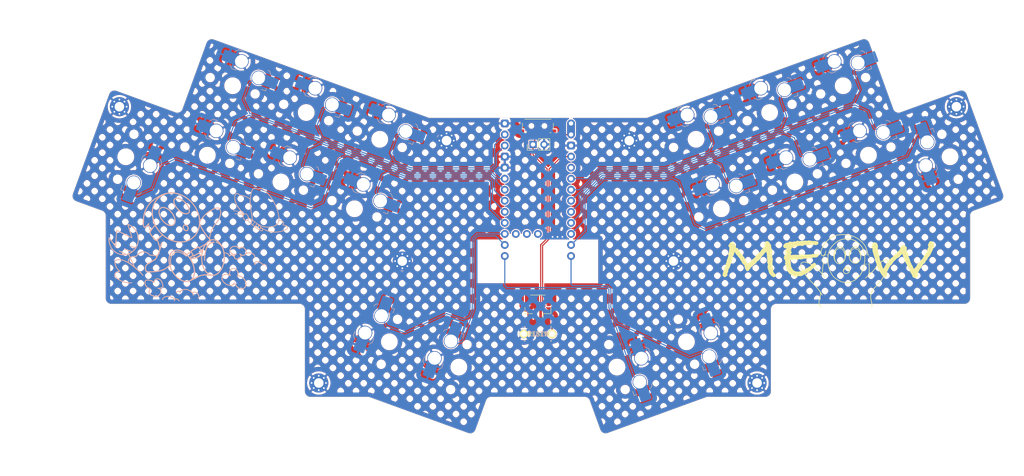
<source format=kicad_pcb>
(kicad_pcb (version 20221018) (generator pcbnew)
  (layers (0 "F.Cu" signal) (31 "B.Cu" signal) (34 "B.Paste" user) (35 "F.Paste" user) (36 "B.SilkS" user "B.Silkscreen") (37 "F.SilkS" user "F.Silkscreen") (38 "B.Mask" user) (39 "F.Mask" user) (44 "Edge.Cuts" user))
  (net 0 "")
  (net 1 "lr1")
  (net 2 "gnd")
  (net 3 "lm1")
  (net 4 "li1")
  (net 5 "ri1")
  (net 6 "rm1")
  (net 7 "rr1")
  (net 8 "lp1")
  (net 9 "lr2")
  (net 10 "lm2")
  (net 11 "li2")
  (net 12 "ri2")
  (net 13 "rm2")
  (net 14 "rr2")
  (net 15 "rp1")
  (net 16 "lt2")
  (net 17 "lt1")
  (net 18 "rt1")
  (net 19 "rt2")
  (net 20 "bat+_direct")
  (net 21 "bat+")
  (net 23 "rst")
  (net 24 "3v3")
  (footprint "Connector_JST:JST_GH_SM02B-GHS-TB_1x02-1MP_P1.25mm_Horizontal" (layer "F.Cu") (at 148.754332 104.4901 180)
    (fp_text reference "J1" hide)
    (fp_text value "Conn_01x02_Pin")
  )
  (footprint "BeiBob:MountingHole_2.2mm_M2_Pad_Via_nosilk" (layer "F.Cu") (at 52.525058 58.624295)
    (fp_text reference "H1" hide)
    (fp_text value "MountingHole_Pad")
  )
  (footprint "BeiBob:SW_ResetSW" (layer "F.Cu") (at 148.754333 110.865106)
    (fp_text reference "SW_RST1" hide)
    (fp_text value "SW_Push")
  )
  (footprint "BeiBob:MountingHole_2.2mm_M2_Pad_Via_nosilk" (layer "F.Cu") (at 127.746808 66.42568)
    (fp_text reference "H5" hide)
    (fp_text value "MountingHole_Pad")
  )
  (footprint "BeiBob:MountingHole_2.2mm_M2_Pad_Via_nosilk" (layer "F.Cu") (at 98.365257 122.153929)
    (fp_text reference "H2" hide)
    (fp_text value "MountingHole_Pad")
  )
  (footprint "PCM_marbastlib-various:SW_MSK12C02-HB" (layer "F.Cu") (at 148.754327 63.052604)
    (fp_text reference "SW_POWER1" hide)
    (fp_text value "SW_DPDT_x2")
  )
  (footprint "Connector_PinHeader_2.54mm:PinHeader_1x02_P2.54mm_Vertical" (layer "F.Cu") (at 147.62933 67.302601 90)
    (fp_text reference "J2" hide)
    (fp_text value "Conn_01x02_Pin")
  )
  (footprint "BeiBob:MountingHole_2.2mm_M2_Pad_Via_nosilk" (layer "F.Cu") (at 244.983058 58.624295)
    (fp_text reference "H3" hide)
    (fp_text value "MountingHole_Pad")
  )
  (footprint "PCM_marbastlib-xp-promicroish:nice_nano_AH_USBup" (layer "F.Cu") (at 148.754331 78.990105)
    (fp_text reference "U1" hide)
    (fp_text value "nice_nano")
  )
  (footprint "BeiBob:MountingHole_2.2mm_M2_Pad_Via_nosilk" (layer "F.Cu") (at 179.936334 94.131103)
    (fp_text reference "H8" hide)
    (fp_text value "MountingHole_Pad")
  )
  (footprint "BeiBob:MountingHole_2.2mm_M2_Pad_Via_nosilk" (layer "F.Cu") (at 199.141295 122.153929)
    (fp_text reference "H4" hide)
    (fp_text value "MountingHole_Pad")
  )
  (footprint "BeiBob:MountingHole_2.2mm_M2_Pad_Via_nosilk" (layer "F.Cu") (at 169.762037 66.42568)
    (fp_text reference "H7" hide)
    (fp_text value "MountingHole_Pad")
  )
  (footprint "BeiBob:MountingHole_2.2mm_M2_Pad_Via_nosilk" (layer "F.Cu") (at 117.571566 94.131103 90)
    (fp_text reference "H6" hide)
    (fp_text value "MountingHole_Pad")
  )
  (footprint "LOGO" (layer "F.Cu") (at 215.183276 86.33591)
    (fp_text reference "meow" hide)
    (fp_text value "LOGO" hide)
  )
  (footprint "PCM_marbastlib-choc:SW_choc_v1_HS_CPG135001S30_1.5u" (layer "B.Cu") (at 182.910989 112.682453 -70)
    (fp_text reference "CH18" hide)
    (fp_text value "choc_SW_solder")
  )
  (footprint "LOGO" (layer "B.Cu") (at 67.575251 86.047349 180)
    (fp_text reference "fluttershy" hide)
    (fp_text value "LOGO" hide)
  )
  (footprint "PCM_marbastlib-choc:SW_choc_v1_HS_CPG135001S30_1u" (layer "B.Cu") (at 185.118592 66.119311 20)
    (fp_text reference "CH4" hide)
    (fp_text value "choc_SW_solder")
  )
  (footprint "PCM_marbastlib-choc:SW_choc_v1_HS_CPG135001S30_1.5u" (layer "B.Cu") (at 130.572302 118.496797 70)
    (fp_text reference "CH16" hide)
    (fp_text value "choc_SW_solder")
  )
  (footprint "PCM_marbastlib-choc:SW_choc_v1_HS_CPG135001S30_1u" (layer "B.Cu") (at 224.761871 69.781355 20)
    (fp_text reference "CH13" hide)
    (fp_text value "choc_SW_solder")
  )
  (footprint "PCM_marbastlib-choc:SW_choc_v1_HS_CPG135001S30_1u" (layer "B.Cu") (at 106.575586 82.094084 -20)
    (fp_text reference "CH10" hide)
    (fp_text value "choc_SW_solder")
  )
  (footprint "PCM_marbastlib-choc:SW_choc_v1_HS_CPG135001S30_1.5u" (layer "B.Cu") (at 166.936215 118.496795 -70)
    (fp_text reference "CH17" hide)
    (fp_text value "choc_SW_solder")
  )
  (footprint "PCM_marbastlib-choc:SW_choc_v1_HS_CPG135001S30_1u" (layer "B.Cu") (at 202.033061 59.962946 20)
    (fp_text reference "CH5" hide)
    (fp_text value "choc_SW_solder")
  )
  (footprint "PCM_marbastlib-choc:SW_choc_v1_HS_CPG135001S30_1u" (layer "B.Cu") (at 78.560992 53.806583 -20)
    (fp_text reference "CH1" hide)
    (fp_text value "choc_SW_solder")
  )
  (footprint "PCM_marbastlib-choc:SW_choc_v1_HS_CPG135001S30_1u" (layer "B.Cu") (at 89.661116 75.937721 -20)
    (fp_text reference "CH9" hide)
    (fp_text value "choc_SW_solder")
  )
  (footprint "PCM_marbastlib-choc:SW_choc_v1_HS_CPG135001S30_1u" (layer "B.Cu") (at 72.746648 69.781357 -20)
    (fp_text reference "CH8" hide)
    (fp_text value "choc_SW_solder")
  )
  (footprint "PCM_marbastlib-choc:SW_choc_v1_HS_CPG135001S30_1u" (layer "B.Cu") (at 112.389926 66.119307 -20)
    (fp_text reference "CH3" hide)
    (fp_text value "choc_SW_solder")
  )
  (footprint "PCM_marbastlib-choc:SW_choc_v1_HS_CPG135001S30_1u" (layer "B.Cu") (at 218.947528 53.806583 20)
    (fp_text reference "CH6" hide)
    (fp_text value "choc_SW_solder")
  )
  (footprint "PCM_marbastlib-choc:SW_choc_v1_HS_CPG135001S30_1.5u" (layer "B.Cu") (at 243.515123 70.138929 110)
    (fp_text reference "CH14" hide)
    (fp_text value "choc_SW_solder")
  )
  (footprint "PCM_marbastlib-choc:SW_choc_v1_HS_CPG135001S30_1.5u" (layer "B.Cu") (at 53.993391 70.138932 -110)
    (fp_text reference "CH7" hide)
    (fp_text value "choc_SW_solder")
  )
  (footprint "PCM_marbastlib-choc:SW_choc_v1_HS_CPG135001S30_1.5u" (layer "B.Cu") (at 114.597526 112.682453 70)
    (fp_text reference "CH15" hide)
    (fp_text value "choc_SW_solder")
  )
  (footprint "PCM_marbastlib-choc:SW_choc_v1_HS_CPG135001S30_1u" (layer "B.Cu") (at 95.47546 59.962948 -20)
    (fp_text reference "CH2" hide)
    (fp_text value "choc_SW_solder")
  )
  (footprint "PCM_marbastlib-choc:SW_choc_v1_HS_CPG135001S30_1u" (layer "B.Cu") (at 190.932934 82.094084 20)
    (fp_text reference "CH11" hide)
    (fp_text value "choc_SW_solder")
  )
  (footprint "PCM_marbastlib-choc:SW_choc_v1_HS_CPG135001S30_1u" (layer "B.Cu") (at 207.847399 75.937721 20)
    (fp_text reference "CH12" hide)
    (fp_text value "choc_SW_solder")
  )
  (gr_line (start 187.405335 125.415153) (end 164.759079 133.655971) (stroke (width 0.05)) (layer "Edge.Cuts"))
  (gr_line (start 173.964619 61.133512) (end 223.304179 43.175382) (stroke (width 0.05)) (layer "Edge.Cuts"))
  (gr_arc (start 202.325728 105.228853) (mid 202.697671 104.330768) (end 203.59573 103.958854) (stroke (width 0.05)) (layer "Edge.Cuts"))
  (gr_line (start 134.377137 132.896898) (end 136.823988 126.174229) (stroke (width 0.05)) (layer "Edge.Cuts"))
  (gr_arc (start 248.132225 102.688852) (mid 247.760254 103.586883) (end 246.862226 103.958853) (stroke (width 0.05)) (layer "Edge.Cuts"))
  (gr_line (start 72.576562 43.934421) (end 67.032416 59.166842) (stroke (width 0.05)) (layer "Edge.Cuts"))
  (gr_arc (start 159.491122 125.338597) (mid 160.219578 125.568267) (end 160.684535 126.174231) (stroke (width 0.05)) (layer "Edge.Cuts"))
  (gr_arc (start 123.978265 61.210103) (mid 123.757732 61.190808) (end 123.5439 61.133514) (stroke (width 0.05)) (layer "Edge.Cuts"))
  (gr_arc (start 72.576562 43.934421) (mid 73.233245 43.217729) (end 74.204338 43.17538) (stroke (width 0.05)) (layer "Edge.Cuts"))
  (gr_arc (start 93.91279 103.958853) (mid 94.810776 104.330849) (end 95.182792 105.228851) (stroke (width 0.05)) (layer "Edge.Cuts"))
  (gr_line (start 173.530249 61.210104) (end 123.978265 61.210103) (stroke (width 0.05)) (layer "Edge.Cuts"))
  (gr_line (start 96.452791 125.338592) (end 109.668899 125.338596) (stroke (width 0.05)) (layer "Edge.Cuts"))
  (gr_arc (start 202.325728 124.068593) (mid 201.953743 124.966598) (end 201.055731 125.338593) (stroke (width 0.05)) (layer "Edge.Cuts"))
  (gr_arc (start 48.540655 82.520165) (mid 49.146617 82.985137) (end 49.376293 83.713575) (stroke (width 0.05)) (layer "Edge.Cuts"))
  (gr_line (start 93.91279 103.958853) (end 50.646292 103.958853) (stroke (width 0.05)) (layer "Edge.Cuts"))
  (gr_arc (start 50.646292 103.958853) (mid 49.748291 103.586866) (end 49.376292 102.688853) (stroke (width 0.05)) (layer "Edge.Cuts"))
  (gr_line (start 247.319609 55.739318) (end 255.685251 78.72373) (stroke (width 0.05)) (layer "Edge.Cuts"))
  (gr_arc (start 245.691834 54.980273) (mid 246.662936 55.022657) (end 247.319609 55.739318) (stroke (width 0.05)) (layer "Edge.Cuts"))
  (gr_line (start 159.491122 125.338597) (end 138.017397 125.338595) (stroke (width 0.05)) (layer "Edge.Cuts"))
  (gr_arc (start 50.188911 55.739318) (mid 50.84558 55.0226) (end 51.816686 54.980276) (stroke (width 0.05)) (layer "Edge.Cuts"))
  (gr_arc (start 96.452791 125.338592) (mid 95.554748 124.966637) (end 95.182792 124.068594) (stroke (width 0.05)) (layer "Edge.Cuts"))
  (gr_line (start 65.404641 59.925885) (end 51.816686 54.980276) (stroke (width 0.05)) (layer "Edge.Cuts"))
  (gr_arc (start 67.032416 59.166842) (mid 66.37573 59.883467) (end 65.404641 59.925885) (stroke (width 0.05)) (layer "Edge.Cuts"))
  (gr_arc (start 136.823988 126.174229) (mid 137.288955 125.568284) (end 138.017397 125.338595) (stroke (width 0.05)) (layer "Edge.Cuts"))
  (gr_line (start 132.749442 133.655971) (end 110.103183 125.415155) (stroke (width 0.05)) (layer "Edge.Cuts"))
  (gr_line (start 160.684535 126.174231) (end 163.131384 132.896897) (stroke (width 0.05)) (layer "Edge.Cuts"))
  (gr_line (start 248.967861 82.520164) (end 254.926204 80.351505) (stroke (width 0.05)) (layer "Edge.Cuts"))
  (gr_arc (start 187.405335 125.415153) (mid 187.619127 125.357862) (end 187.839621 125.338593) (stroke (width 0.05)) (layer "Edge.Cuts"))
  (gr_arc (start 248.132227 83.713575) (mid 248.361907 82.985146) (end 248.967861 82.520164) (stroke (width 0.05)) (layer "Edge.Cuts"))
  (gr_line (start 42.582312 80.351506) (end 48.540655 82.520165) (stroke (width 0.05)) (layer "Edge.Cuts"))
  (gr_line (start 246.862226 103.958853) (end 203.59573 103.958854) (stroke (width 0.05)) (layer "Edge.Cuts"))
  (gr_line (start 202.325728 124.068593) (end 202.325728 105.228853) (stroke (width 0.05)) (layer "Edge.Cuts"))
  (gr_arc (start 223.304179 43.175382) (mid 224.275299 43.21773) (end 224.931957 43.934424) (stroke (width 0.05)) (layer "Edge.Cuts"))
  (gr_arc (start 109.668899 125.338596) (mid 109.889387 125.357892) (end 110.103183 125.415155) (stroke (width 0.05)) (layer "Edge.Cuts"))
  (gr_arc (start 164.759079 133.655971) (mid 163.788007 133.613568) (end 163.131384 132.896897) (stroke (width 0.05)) (layer "Edge.Cuts"))
  (gr_arc (start 255.685251 78.72373) (mid 255.642829 79.694817) (end 254.926204 80.351505) (stroke (width 0.05)) (layer "Edge.Cuts"))
  (gr_line (start 95.182792 105.228851) (end 95.182792 124.068594) (stroke (width 0.05)) (layer "Edge.Cuts"))
  (gr_line (start 49.376293 83.713575) (end 49.376292 102.688853) (stroke (width 0.05)) (layer "Edge.Cuts"))
  (gr_line (start 123.5439 61.133514) (end 74.204338 43.17538) (stroke (width 0.05)) (layer "Edge.Cuts"))
  (gr_line (start 232.103874 59.925886) (end 245.691834 54.980273) (stroke (width 0.05)) (layer "Edge.Cuts"))
  (gr_arc (start 42.582312 80.351506) (mid 41.865616 79.694827) (end 41.823269 78.72373) (stroke (width 0.05)) (layer "Edge.Cuts"))
  (gr_arc (start 134.377137 132.896898) (mid 133.720482 133.613486) (end 132.749442 133.655971) (stroke (width 0.05)) (layer "Edge.Cuts"))
  (gr_arc (start 173.964619 61.133512) (mid 173.750784 61.190802) (end 173.530249 61.210104) (stroke (width 0.05)) (layer "Edge.Cuts"))
  (gr_arc (start 232.103874 59.925886) (mid 231.132804 59.883479) (end 230.476101 59.166842) (stroke (width 0.05)) (layer "Edge.Cuts"))
  (gr_line (start 187.839621 125.338593) (end 201.055731 125.338593) (stroke (width 0.05)) (layer "Edge.Cuts"))
  (gr_line (start 224.931957 43.934424) (end 230.476101 59.166842) (stroke (width 0.05)) (layer "Edge.Cuts"))
  (gr_line (start 50.188911 55.739318) (end 41.823269 78.72373) (stroke (width 0.05)) (layer "Edge.Cuts"))
  (gr_line (start 248.132227 83.713575) (end 248.132225 102.688852) (stroke (width 0.05)) (layer "Edge.Cuts"))
  (segment (start 81.005662 56.957746) (end 82.459246 52.964054) (width 0.25) (layer "B.Cu") (net 1))
  (segment (start 139.714329 75.180104) (end 138.172265 73.638039) (width 0.25) (layer "B.Cu") (net 1))
  (segment (start 141.134331 75.180104) (end 139.714329 75.180104) (width 0.25) (layer "B.Cu") (net 1))
  (segment (start 82.459246 52.964054) (end 84.542029 51.992836) (width 0.25) (layer "B.Cu") (net 1))
  (segment (start 119.543148 73.638038) (end 82.496108 60.154018) (width 0.25) (layer "B.Cu") (net 1))
  (segment (start 138.172265 73.638039) (end 119.543152 73.638039) (width 0.25) (layer "B.Cu") (net 1))
  (segment (start 82.496108 60.154018) (end 81.005662 56.957746) (width 0.25) (layer "B.Cu") (net 1))
  (via (at 152.129331 88.552605) (size 0.8) (drill 0.4) (layers "F.Cu" "B.Cu") (net 2))
  (via (at 153.254331 88.552605) (size 0.8) (drill 0.4) (layers "F.Cu" "B.Cu") (net 2))
  (via (at 154.37933 88.552604) (size 0.8) (drill 0.4) (layers "F.Cu" "B.Cu") (net 2))
  (segment (start 99.141622 65.73361) (end 97.920127 63.11411) (width 0.25) (layer "B.Cu") (net 3))
  (segment (start 141.13433 67.560105) (end 139.224331 69.470104) (width 0.25) (layer "B.Cu") (net 3))
  (segment (start 119.521905 73.151426) (end 119.296547 73.069403) (width 0.25) (layer "B.Cu") (net 3))
  (segment (start 119.296547 73.069403) (end 99.141622 65.73361) (width 0.25) (layer "B.Cu") (net 3))
  (segment (start 139.224331 69.470104) (end 139.22433 72.120105) (width 0.25) (layer "B.Cu") (net 3))
  (segment (start 139.22433 72.120105) (end 138.170533 73.173902) (width 0.25) (layer "B.Cu") (net 3))
  (segment (start 119.58366 73.173902) (end 119.296547 73.069403) (width 0.25) (layer "B.Cu") (net 3))
  (segment (start 97.920127 63.11411) (end 99.373712 59.120416) (width 0.25) (layer "B.Cu") (net 3))
  (segment (start 99.373712 59.120416) (end 101.456497 58.1492) (width 0.25) (layer "B.Cu") (net 3))
  (segment (start 138.170533 73.173902) (end 119.58366 73.173902) (width 0.25) (layer "B.Cu") (net 3))
  (segment (start 114.834597 69.270472) (end 115.787133 71.313202) (width 0.25) (layer "B.Cu") (net 4))
  (segment (start 138.77433 67.380105) (end 141.13433 65.020105) (width 0.25) (layer "B.Cu") (net 4))
  (segment (start 116.288181 65.276779) (end 114.834597 69.270472) (width 0.25) (layer "B.Cu") (net 4))
  (segment (start 115.787133 71.313202) (end 119.575271 72.69197) (width 0.25) (layer "B.Cu") (net 4))
  (segment (start 119.575271 72.69197) (end 138.01607 72.69197) (width 0.25) (layer "B.Cu") (net 4))
  (segment (start 118.370966 64.305558) (end 116.288181 65.276779) (width 0.25) (layer "B.Cu") (net 4))
  (segment (start 138.774331 71.933709) (end 138.77433 67.380105) (width 0.25) (layer "B.Cu") (net 4))
  (segment (start 138.01607 72.69197) (end 138.774331 71.933709) (width 0.25) (layer "B.Cu") (net 4))
  (segment (start 189.016849 66.96184) (end 187.563262 62.968146) (width 0.25) (layer "B.Cu") (net 5))
  (segment (start 187.563262 62.968146) (end 188.534481 60.885362) (width 0.25) (layer "B.Cu") (net 5))
  (segment (start 162.669671 72.691973) (end 177.933246 72.691973) (width 0.25) (layer "B.Cu") (net 5))
  (segment (start 188.064307 69.004569) (end 189.016849 66.96184) (width 0.25) (layer "B.Cu") (net 5))
  (segment (start 156.37433 75.180105) (end 160.181538 75.180105) (width 0.25) (layer "B.Cu") (net 5))
  (segment (start 160.181538 75.180105) (end 162.669671 72.691973) (width 0.25) (layer "B.Cu") (net 5))
  (segment (start 177.933246 72.691973) (end 188.064307 69.004569) (width 0.25) (layer "B.Cu") (net 5))
  (segment (start 178.012593 73.141973) (end 178.087154 73.114835) (width 0.25) (layer "B.Cu") (net 6))
  (segment (start 158.277935 77.720105) (end 162.856067 73.141972) (width 0.25) (layer "B.Cu") (net 6))
  (segment (start 205.931316 60.805477) (end 204.709823 63.424978) (width 0.25) (layer "B.Cu") (net 6))
  (segment (start 204.709823 63.424978) (end 178.087156 73.114837) (width 0.25) (layer "B.Cu") (net 6))
  (segment (start 205.448948 54.728998) (end 204.477728 56.811784) (width 0.25) (layer "B.Cu") (net 6))
  (segment (start 162.856067 73.141972) (end 178.012593 73.141973) (width 0.25) (layer "B.Cu") (net 6))
  (segment (start 156.374331 77.720105) (end 158.277935 77.720105) (width 0.25) (layer "B.Cu") (net 6))
  (segment (start 204.477728 56.811784) (end 205.931316 60.805477) (width 0.25) (layer "B.Cu") (net 6))
  (segment (start 222.845782 54.649115) (end 221.355337 57.845387) (width 0.25) (layer "B.Cu") (net 7))
  (segment (start 221.392197 50.655421) (end 222.845782 54.649115) (width 0.25) (layer "B.Cu") (net 7))
  (segment (start 163.042463 73.591973) (end 178.091939 73.591973) (width 0.25) (layer "B.Cu") (net 7))
  (segment (start 222.363415 48.572634) (end 221.392197 50.655421) (width 0.25) (layer "B.Cu") (net 7))
  (segment (start 178.454331 73.460074) (end 178.241064 73.537697) (width 0.25) (layer "B.Cu") (net 7))
  (segment (start 178.091939 73.591973) (end 178.454331 73.460074) (width 0.25) (layer "B.Cu") (net 7))
  (segment (start 156.374331 80.260105) (end 163.042463 73.591973) (width 0.25) (layer "B.Cu") (net 7))
  (segment (start 221.355337 57.845387) (end 178.454331 73.460074) (width 0.25) (layer "B.Cu") (net 7))
  (segment (start 65.544271 70.551972) (end 96.617042 81.861537) (width 0.25) (layer "B.Cu") (net 8))
  (segment (start 102.974651 70.607249) (end 104.857164 69.729417) (width 0.25) (layer "B.Cu") (net 8))
  (segment (start 104.857164 69.729417) (end 119.335743 74.999188) (width 0.25) (layer "B.Cu") (net 8))
  (segment (start 60.073592 77.475623) (end 61.990429 72.209156) (width 0.25) (layer "B.Cu") (net 8))
  (segment (start 96.617042 81.861537) (end 99.340686 80.591482) (width 0.25) (layer "B.Cu") (net 8))
  (segment (start 54.697283 79.169273) (end 55.676911 79.525829) (width 0.25) (layer "B.Cu") (net 8))
  (segment (start 99.340686 80.591482) (end 102.974651 70.607249) (width 0.25) (layer "B.Cu") (net 8))
  (segment (start 119.335743 74.999188) (end 137.624226 74.999188) (width 0.25) (layer "B.Cu") (net 8))
  (segment (start 138.314331 75.689293) (end 138.314331 79.980105) (width 0.25) (layer "B.Cu") (net 8))
  (segment (start 55.676911 79.525829) (end 60.073592 77.475623) (width 0.25) (layer "B.Cu") (net 8))
  (segment (start 138.314331 79.980105) (end 141.13433 82.800103) (width 0.25) (layer "B.Cu") (net 8))
  (segment (start 61.990429 72.209156) (end 65.544271 70.551972) (width 0.25) (layer "B.Cu") (net 8))
  (segment (start 137.624226 74.999188) (end 138.314331 75.689293) (width 0.25) (layer "B.Cu") (net 8))
  (segment (start 139.21433 75.800105) (end 141.13433 77.720104) (width 0.25) (layer "B.Cu") (net 9))
  (segment (start 77.735095 65.943557) (end 79.135239 62.096691) (width 0.25) (layer "B.Cu") (net 9))
  (segment (start 79.135239 62.096691) (end 82.371565 60.587567) (width 0.25) (layer "B.Cu") (net 9))
  (segment (start 137.985869 74.088039) (end 139.214331 75.3165) (width 0.25) (layer "B.Cu") (net 9))
  (segment (start 82.371565 60.587567) (end 119.463805 74.088038) (width 0.25) (layer "B.Cu") (net 9))
  (segment (start 139.214331 75.3165) (end 139.21433 75.800105) (width 0.25) (layer "B.Cu") (net 9))
  (segment (start 78.668958 67.946232) (end 77.735095 65.943557) (width 0.25) (layer "B.Cu") (net 9))
  (segment (start 119.463805 74.088038) (end 137.985869 74.088039) (width 0.25) (layer "B.Cu") (net 9))
  (segment (start 78.727687 67.96761) (end 78.668958 67.946232) (width 0.25) (layer "B.Cu") (net 9))
  (segment (start 138.764331 77.890104) (end 138.764331 75.502897) (width 0.25) (layer "B.Cu") (net 10))
  (segment (start 94.708292 72.121296) (end 95.642152 74.123975) (width 0.25) (layer "B.Cu") (net 10))
  (segment (start 137.810622 74.549189) (end 119.41509 74.549189) (width 0.25) (layer "B.Cu") (net 10))
  (segment (start 141.13433 80.260105) (end 138.764331 77.890104) (width 0.25) (layer "B.Cu") (net 10))
  (segment (start 98.679895 67.002195) (end 96.060393 68.223685) (width 0.25) (layer "B.Cu") (net 10))
  (segment (start 94.649561 72.099921) (end 94.708292 72.121296) (width 0.25) (layer "B.Cu") (net 10))
  (segment (start 96.060393 68.223685) (end 94.649561 72.099921) (width 0.25) (layer "B.Cu") (net 10))
  (segment (start 138.764331 75.502897) (end 137.810622 74.549189) (width 0.25) (layer "B.Cu") (net 10))
  (segment (start 119.41509 74.549189) (end 98.679895 67.002195) (width 0.25) (layer "B.Cu") (net 10))
  (segment (start 137.437828 75.449188) (end 119.149347 75.449188) (width 0.25) (layer "B.Cu") (net 11))
  (segment (start 119.08809 75.387931) (end 114.323359 73.653711) (width 0.25) (layer "B.Cu") (net 11))
  (segment (start 141.134331 85.340105) (end 137.864331 82.070105) (width 0.25) (layer "B.Cu") (net 11))
  (segment (start 113.017616 74.262589) (end 111.585404 78.197553) (width 0.25) (layer "B.Cu") (net 11))
  (segment (start 137.864331 75.875689) (end 137.437828 75.449188) (width 0.25) (layer "B.Cu") (net 11))
  (segment (start 119.149347 75.449188) (end 119.08809 75.387931) (width 0.25) (layer "B.Cu") (net 11))
  (segment (start 111.585404 78.197553) (end 112.556622 80.280338) (width 0.25) (layer "B.Cu") (net 11))
  (segment (start 114.323359 73.653711) (end 113.017616 74.262589) (width 0.25) (layer "B.Cu") (net 11))
  (segment (start 137.864331 82.070105) (end 137.864331 75.875689) (width 0.25) (layer "B.Cu") (net 11))
  (segment (start 159.154331 85.100105) (end 159.15433 79.389292) (width 0.25) (layer "B.Cu") (net 12))
  (segment (start 156.37433 87.880105) (end 159.154331 85.100105) (width 0.25) (layer "B.Cu") (net 12))
  (segment (start 188.951315 71.076124) (end 190.833831 71.953956) (width 0.25) (layer "B.Cu") (net 12))
  (segment (start 194.290089 76.881513) (end 194.348824 76.860136) (width 0.25) (layer "B.Cu") (net 12))
  (segment (start 163.60165 74.941973) (end 178.329982 74.941973) (width 0.25) (layer "B.Cu") (net 12))
  (segment (start 159.15433 79.389292) (end 163.60165 74.941973) (width 0.25) (layer "B.Cu") (net 12))
  (segment (start 192.287415 75.94765) (end 194.290089 76.881513) (width 0.25) (layer "B.Cu") (net 12))
  (segment (start 178.329982 74.941973) (end 188.951315 71.076124) (width 0.25) (layer "B.Cu") (net 12))
  (segment (start 190.833831 71.953956) (end 192.287415 75.94765) (width 0.25) (layer "B.Cu") (net 12))
  (segment (start 202.863428 65.53365) (end 179.077457 74.191034) (width 0.25) (layer "B.Cu") (net 13))
  (segment (start 158.704329 79.202897) (end 163.415255 74.491973) (width 0.25) (layer "B.Cu") (net 13))
  (segment (start 209.180507 69.732558) (end 209.020184 69.292076) (width 0.25) (layer "B.Cu") (net 13))
  (segment (start 209.020184 69.292076) (end 207.748298 65.797594) (width 0.25) (layer "B.Cu") (net 13))
  (segment (start 178.742695 74.312879) (end 178.548883 74.383422) (width 0.25) (layer "B.Cu") (net 13))
  (segment (start 178.548883 74.383422) (end 178.548879 74.383421) (width 0.25) (layer "B.Cu") (net 13))
  (segment (start 179.077457 74.191034) (end 178.742695 74.312879) (width 0.25) (layer "B.Cu") (net 13))
  (segment (start 178.250634 74.491973) (end 178.742695 74.312879) (width 0.25) (layer "B.Cu") (net 13))
  (segment (start 156.37433 85.340104) (end 158.70433 83.010105) (width 0.25) (layer "B.Cu") (net 13))
  (segment (start 163.415255 74.491973) (end 178.250634 74.491973) (width 0.25) (layer "B.Cu") (net 13))
  (segment (start 205.289012 64.65081) (end 202.863428 65.53365) (width 0.25) (layer "B.Cu") (net 13))
  (segment (start 211.263289 70.703773) (end 209.180507 69.732558) (width 0.25) (layer "B.Cu") (net 13))
  (segment (start 158.70433 83.010105) (end 158.704329 79.202897) (width 0.25) (layer "B.Cu") (net 13))
  (segment (start 207.748298 65.797594) (end 205.289012 64.65081) (width 0.25) (layer "B.Cu") (net 13))
  (segment (start 158.254331 79.016501) (end 163.228859 74.041973) (width 0.25) (layer "B.Cu") (net 14))
  (segment (start 221.626707 58.225495) (end 224.662764 59.641232) (width 0.25) (layer "B.Cu") (net 14))
  (segment (start 163.228859 74.041973) (end 178.171288 74.041973) (width 0.25) (layer "B.Cu") (net 14))
  (segment (start 224.662764 59.641232) (end 226.09497 63.576191) (width 0.25) (layer "B.Cu") (net 14))
  (segment (start 158.254331 80.920105) (end 158.254331 79.016501) (width 0.25) (layer "B.Cu") (net 14))
  (segment (start 178.171288 74.041973) (end 221.626707 58.225495) (width 0.25) (layer "B.Cu") (net 14))
  (segment (start 156.374331 82.800104) (end 158.254331 80.920105) (width 0.25) (layer "B.Cu") (net 14))
  (segment (start 226.09497 63.576191) (end 228.177758 64.547409) (width 0.25) (layer "B.Cu") (net 14))
  (segment (start 179.493974 74.997196) (end 181.163238 75.775587) (width 0.25) (layer "B.Cu") (net 15))
  (segment (start 178.41251 75.391973) (end 178.414331 75.390153) (width 0.25) (layer "B.Cu") (net 15))
  (segment (start 163.788046 75.391973) (end 178.41251 75.391973) (width 0.25) (layer "B.Cu") (net 15))
  (segment (start 236.43249 63.94265) (end 233.633887 69.944276) (width 0.25) (layer "B.Cu") (net 15))
  (segment (start 156.37433 90.420105) (end 159.60433 87.190105) (width 0.25) (layer "B.Cu") (net 15))
  (segment (start 159.604329 79.575689) (end 163.788046 75.391973) (width 0.25) (layer "B.Cu") (net 15))
  (segment (start 184.772094 85.690834) (end 187.226309 86.835254) (width 0.25) (layer "B.Cu") (net 15))
  (segment (start 178.414331 75.390153) (end 179.493974 74.997196) (width 0.25) (layer "B.Cu") (net 15))
  (segment (start 181.163238 75.775587) (end 184.772094 85.690834) (width 0.25) (layer "B.Cu") (net 15))
  (segment (start 159.60433 87.190105) (end 159.604329 79.575689) (width 0.25) (layer "B.Cu") (net 15))
  (segment (start 237.17132 63.673738) (end 236.43249 63.94265) (width 0.25) (layer "B.Cu") (net 15))
  (segment (start 187.226309 86.835254) (end 233.633887 69.944276) (width 0.25) (layer "B.Cu") (net 15))
  (segment (start 132.989284 106.885719) (end 131.523327 107.569307) (width 0.25) (layer "B.Cu") (net 16))
  (segment (start 113.88574 109.064571) (end 112.783782 106.701415) (width 0.25) (layer "B.Cu") (net 16))
  (segment (start 134.712073 87.880105) (end 133.661151 88.931026) (width 0.25) (layer "B.Cu") (net 16))
  (segment (start 141.134331 87.880105) (end 134.712073 87.880105) (width 0.25) (layer "B.Cu") (net 16))
  (segment (start 118.202451 110.635727) (end 113.88574 109.064571) (width 0.25) (layer "B.Cu") (net 16))
  (segment (start 131.523327 107.569307) (end 127.735192 106.190537) (width 0.25) (layer "B.Cu") (net 16))
  (segment (start 133.661151 88.931026) (end 133.661149 105.039783) (width 0.25) (layer "B.Cu") (net 16))
  (segment (start 127.735192 106.190537) (end 118.202451 110.635727) (width 0.25) (layer "B.Cu") (net 16))
  (segment (start 133.661149 105.039783) (end 132.989284 106.885719) (width 0.25) (layer "B.Cu") (net 16))
  (segment (start 134.874672 88.353903) (end 139.068129 88.353903) (width 0.25) (layer "B.Cu") (net 17))
  (segment (start 131.396366 112.577942) (end 134.11115 105.119131) (width 0.25) (layer "B.Cu") (net 17))
  (segment (start 130.314919 113.082227) (end 131.396366 112.577942) (width 0.25) (layer "B.Cu") (net 17))
  (segment (start 128.758556 112.51576) (end 130.314919 113.082227) (width 0.25) (layer "B.Cu") (net 17))
  (segment (start 139.068129 88.353903) (end 141.134331 90.420104) (width 0.25) (layer "B.Cu") (net 17))
  (segment (start 134.111152 89.117422) (end 134.874672 88.353903) (width 0.25) (layer "B.Cu") (net 17))
  (segment (start 134.11115 105.119131) (end 134.111152 89.117422) (width 0.25) (layer "B.Cu") (net 17))
  (segment (start 171.128774 121.427073) (end 172.170164 121.912681) (width 0.25) (layer "B.Cu") (net 18))
  (segment (start 165.135166 104.959776) (end 171.128774 121.427073) (width 0.25) (layer "B.Cu") (net 18))
  (segment (start 165.073908 100.689681) (end 165.073908 104.898518) (width 0.25) (layer "B.Cu") (net 18))
  (segment (start 141.13433 99.720105) (end 141.634331 100.220105) (width 0.25) (layer "B.Cu") (net 18))
  (segment (start 141.13433 92.960105) (end 141.13433 99.720105) (width 0.25) (layer "B.Cu") (net 18))
  (segment (start 164.604329 100.220105) (end 165.073908 100.689681) (width 0.25) (layer "B.Cu") (net 18))
  (segment (start 141.634331 100.220105) (end 164.604329 100.220105) (width 0.25) (layer "B.Cu") (net 18))
  (segment (start 165.073908 104.898518) (end 165.135166 104.959776) (width 0.25) (layer "B.Cu") (net 18))
  (segment (start 164.790726 99.770105) (end 165.523907 100.503286) (width 0.25) (layer "B.Cu") (net 19))
  (segment (start 165.523907 104.712122) (end 166.828533 108.296555) (width 0.25) (layer "B.Cu") (net 19))
  (segment (start 156.37433 99.470104) (end 156.674331 99.770104) (width 0.25) (layer "B.Cu") (net 19))
  (segment (start 166.828533 108.296555) (end 183.610055 116.121908) (width 0.25) (layer "B.Cu") (net 19))
  (segment (start 186.185355 115.184574) (end 188.144939 116.098342) (width 0.25) (layer "B.Cu") (net 19))
  (segment (start 183.610055 116.121908) (end 186.185355 115.184574) (width 0.25) (layer "B.Cu") (net 19))
  (segment (start 156.374331 92.960105) (end 156.37433 99.470104) (width 0.25) (layer "B.Cu") (net 19))
  (segment (start 156.674331 99.770104) (end 164.790726 99.770105) (width 0.25) (layer "B.Cu") (net 19))
  (segment (start 165.523907 100.503286) (end 165.523907 104.712122) (width 0.25) (layer "B.Cu") (net 19))
  (segment (start 149.379331 106.3401) (end 149.379332 90.395104) (width 0.25) (layer "F.Cu") (net 20))
  (segment (start 148.004329 66.927604) (end 147.62933 67.302601) (width 0.25) (layer "F.Cu") (net 20))
  (segment (start 149.379332 90.395104) (end 150.87433 88.900105) (width 0.25) (layer "F.Cu") (net 20))
  (segment (start 150.87433 88.900105) (end 150.874331 72.910105) (width 0.25) (layer "F.Cu") (net 20))
  (segment (start 147.62933 69.665105) (end 147.62933 67.302601) (width 0.25) (layer "F.Cu") (net 20))
  (segment (start 150.874331 72.910105) (end 147.62933 69.665105) (width 0.25) (layer "F.Cu") (net 20))
  (segment (start 148.004328 65.052604) (end 148.004329 66.927604) (width 0.25) (layer "F.Cu") (net 20))
  (segment (start 151.004328 65.052604) (end 156.341831 65.052605) (width 0.25) (layer "F.Cu") (net 21))
  (segment (start 156.341831 65.052605) (end 156.374331 65.020105) (width 0.25) (layer "F.Cu") (net 21))
  (segment (start 152.004333 110.865105) (end 152.004333 106.815107) (width 0.25) (layer "F.Cu") (net 23))
  (segment (start 151.324331 72.940105) (end 154.164331 70.100105) (width 0.25) (layer "F.Cu") (net 23))
  (segment (start 151.324331 89.086501) (end 151.324331 72.940105) (width 0.25) (layer "F.Cu") (net 23))
  (segment (start 149.829332 90.5815) (end 151.324331 89.086501) (width 0.25) (layer "F.Cu") (net 23))
  (segment (start 154.164331 70.100105) (end 156.37433 70.100105) (width 0.25) (layer "F.Cu") (net 23))
  (segment (start 149.829332 104.640105) (end 149.829332 90.5815) (width 0.25) (layer "F.Cu") (net 23))
  (segment (start 152.004333 106.815107) (end 149.829332 104.640105) (width 0.25) (layer "F.Cu") (net 23))
  (zone (net 2) (net_name "gnd") (layers "F&B.Cu") (connect_pads (clearance 0.254)) (min_thickness 0.25) (fill yes (mode hatch) (thermal_gap 0.5) (thermal_bridge_width 0.5) (hatch_thickness 1) (hatch_gap 1.5) (hatch_orientation 45) (hatch_smoothing_level 3) (hatch_smoothing_value 1) (hatch_border_algorithm hatch_thickness) (hatch_min_hole_area 0.3))
    (polygon (pts (xy 35.77728 34.531269) (xy 260.547278 34.091271) (xy 260.547279 140.471271) (xy 25.06728 143.53127)))
  )
)
</source>
